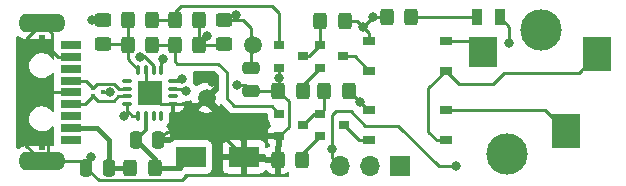
<source format=gtl>
%TF.GenerationSoftware,KiCad,Pcbnew,(5.99.0-7212-gef75ce9035)*%
%TF.CreationDate,2021-04-24T18:58:59-07:00*%
%TF.ProjectId,nikon_ctrl,6e696b6f-6e5f-4637-9472-6c2e6b696361,rev?*%
%TF.SameCoordinates,Original*%
%TF.FileFunction,Copper,L1,Top*%
%TF.FilePolarity,Positive*%
%FSLAX46Y46*%
G04 Gerber Fmt 4.6, Leading zero omitted, Abs format (unit mm)*
G04 Created by KiCad (PCBNEW (5.99.0-7212-gef75ce9035)) date 2021-04-24 18:58:59*
%MOMM*%
%LPD*%
G01*
G04 APERTURE LIST*
G04 Aperture macros list*
%AMRoundRect*
0 Rectangle with rounded corners*
0 $1 Rounding radius*
0 $2 $3 $4 $5 $6 $7 $8 $9 X,Y pos of 4 corners*
0 Add a 4 corners polygon primitive as box body*
4,1,4,$2,$3,$4,$5,$6,$7,$8,$9,$2,$3,0*
0 Add four circle primitives for the rounded corners*
1,1,$1+$1,$2,$3,0*
1,1,$1+$1,$4,$5,0*
1,1,$1+$1,$6,$7,0*
1,1,$1+$1,$8,$9,0*
0 Add four rect primitives between the rounded corners*
20,1,$1+$1,$2,$3,$4,$5,0*
20,1,$1+$1,$4,$5,$6,$7,0*
20,1,$1+$1,$6,$7,$8,$9,0*
20,1,$1+$1,$8,$9,$2,$3,0*%
G04 Aperture macros list end*
%TA.AperFunction,SMDPad,CuDef*%
%ADD10R,1.000000X0.800000*%
%TD*%
%TA.AperFunction,SMDPad,CuDef*%
%ADD11R,0.950000X1.450000*%
%TD*%
%TA.AperFunction,SMDPad,CuDef*%
%ADD12R,2.600000X1.800000*%
%TD*%
%TA.AperFunction,SMDPad,CuDef*%
%ADD13C,1.500000*%
%TD*%
%TA.AperFunction,SMDPad,CuDef*%
%ADD14RoundRect,0.250000X-0.325000X-0.450000X0.325000X-0.450000X0.325000X0.450000X-0.325000X0.450000X0*%
%TD*%
%TA.AperFunction,ComponentPad*%
%ADD15O,1.700000X1.700000*%
%TD*%
%TA.AperFunction,ComponentPad*%
%ADD16R,1.700000X1.700000*%
%TD*%
%TA.AperFunction,SMDPad,CuDef*%
%ADD17RoundRect,0.250000X0.325000X0.450000X-0.325000X0.450000X-0.325000X-0.450000X0.325000X-0.450000X0*%
%TD*%
%TA.AperFunction,SMDPad,CuDef*%
%ADD18R,0.900000X0.800000*%
%TD*%
%TA.AperFunction,SMDPad,CuDef*%
%ADD19RoundRect,0.250000X-0.250000X-0.475000X0.250000X-0.475000X0.250000X0.475000X-0.250000X0.475000X0*%
%TD*%
%TA.AperFunction,SMDPad,CuDef*%
%ADD20R,1.800000X0.700000*%
%TD*%
%TA.AperFunction,ComponentPad*%
%ADD21O,4.000000X1.600000*%
%TD*%
%TA.AperFunction,SMDPad,CuDef*%
%ADD22RoundRect,0.250000X0.250000X0.475000X-0.250000X0.475000X-0.250000X-0.475000X0.250000X-0.475000X0*%
%TD*%
%TA.AperFunction,SMDPad,CuDef*%
%ADD23R,0.300000X0.300000*%
%TD*%
%TA.AperFunction,SMDPad,CuDef*%
%ADD24RoundRect,0.075000X-0.075000X0.350000X-0.075000X-0.350000X0.075000X-0.350000X0.075000X0.350000X0*%
%TD*%
%TA.AperFunction,SMDPad,CuDef*%
%ADD25RoundRect,0.075000X-0.350000X0.075000X-0.350000X-0.075000X0.350000X-0.075000X0.350000X0.075000X0*%
%TD*%
%TA.AperFunction,SMDPad,CuDef*%
%ADD26R,2.100000X2.100000*%
%TD*%
%TA.AperFunction,ComponentPad*%
%ADD27C,3.500000*%
%TD*%
%TA.AperFunction,SMDPad,CuDef*%
%ADD28R,2.400000X2.950000*%
%TD*%
%TA.AperFunction,SMDPad,CuDef*%
%ADD29R,2.400000X2.650000*%
%TD*%
%TA.AperFunction,SMDPad,CuDef*%
%ADD30RoundRect,0.250000X-0.450000X0.325000X-0.450000X-0.325000X0.450000X-0.325000X0.450000X0.325000X0*%
%TD*%
%TA.AperFunction,SMDPad,CuDef*%
%ADD31RoundRect,0.250000X0.475000X-0.250000X0.475000X0.250000X-0.475000X0.250000X-0.475000X-0.250000X0*%
%TD*%
%TA.AperFunction,ViaPad*%
%ADD32C,0.800000*%
%TD*%
%TA.AperFunction,Conductor*%
%ADD33C,0.250000*%
%TD*%
%TA.AperFunction,Conductor*%
%ADD34C,0.400000*%
%TD*%
%TA.AperFunction,Conductor*%
%ADD35C,0.300000*%
%TD*%
G04 APERTURE END LIST*
D10*
%TO.P,Q2,4,C*%
%TO.N,Net-(J2-Pad3)*%
X150834460Y-109682280D03*
%TO.P,Q2,3,E*%
%TO.N,Net-(J2-Pad1)*%
X150834460Y-112222280D03*
%TO.P,Q2,2,K*%
%TO.N,Net-(Q2-Pad2)*%
X144334460Y-112222280D03*
%TO.P,Q2,1,A*%
%TO.N,+3V3*%
X144334460Y-109682280D03*
%TD*%
%TO.P,Q1,4,C*%
%TO.N,Net-(J2-Pad2)*%
X150834460Y-103789480D03*
%TO.P,Q1,3,E*%
%TO.N,Net-(J2-Pad1)*%
X150834460Y-106329480D03*
%TO.P,Q1,2,K*%
%TO.N,Net-(Q1-Pad2)*%
X144334460Y-106329480D03*
%TO.P,Q1,1,A*%
%TO.N,+3V3*%
X144334460Y-103789480D03*
%TD*%
D11*
%TO.P,LED1,2*%
%TO.N,Net-(LED1-Pad2)*%
X153489620Y-101828600D03*
%TO.P,LED1,1*%
%TO.N,GND*%
X155389620Y-101828600D03*
%TD*%
D12*
%TO.P,C2,2*%
%TO.N,GND*%
X133745800Y-113639600D03*
%TO.P,C2,1*%
%TO.N,VCC*%
X129245800Y-113639600D03*
%TD*%
D13*
%TO.P,3V3,1,1*%
%TO.N,+3V3*%
X134510780Y-104152700D03*
%TD*%
%TO.P,GND1,1,1*%
%TO.N,GND*%
X130581400Y-108643420D03*
%TD*%
D14*
%TO.P,R13,2*%
%TO.N,Net-(LED1-Pad2)*%
X147895420Y-101828600D03*
%TO.P,R13,1*%
%TO.N,+3V3*%
X145845420Y-101828600D03*
%TD*%
D15*
%TO.P,J3,3,Pin_3*%
%TO.N,GND*%
X141912340Y-114406680D03*
%TO.P,J3,2,Pin_2*%
%TO.N,TXD*%
X144452340Y-114406680D03*
D16*
%TO.P,J3,1,Pin_1*%
%TO.N,RXD*%
X146992340Y-114406680D03*
%TD*%
D17*
%TO.P,R5,1*%
%TO.N,+3V3*%
X142612019Y-108020701D03*
%TO.P,R5,2*%
%TO.N,Net-(Q3-Pad3)*%
X140562019Y-108020701D03*
%TD*%
D18*
%TO.P,Q3,1,B*%
%TO.N,Net-(Q3-Pad1)*%
X136754360Y-109984500D03*
%TO.P,Q3,2,E*%
%TO.N,GND*%
X136754360Y-111884500D03*
%TO.P,Q3,3,C*%
%TO.N,Net-(Q3-Pad3)*%
X138754360Y-110934500D03*
%TD*%
D17*
%TO.P,R6,1*%
%TO.N,+3V3*%
X142271860Y-102153720D03*
%TO.P,R6,2*%
%TO.N,Net-(Q4-Pad3)*%
X140221860Y-102153720D03*
%TD*%
%TO.P,L1,1*%
%TO.N,VCC*%
X126191120Y-114579400D03*
%TO.P,L1,2*%
%TO.N,VBUS*%
X124141120Y-114579400D03*
%TD*%
%TO.P,R7,1*%
%TO.N,Net-(Q5-Pad2)*%
X138675220Y-113880900D03*
%TO.P,R7,2*%
%TO.N,GND*%
X136625220Y-113880900D03*
%TD*%
D19*
%TO.P,C3,1*%
%TO.N,VCC*%
X124609820Y-112212120D03*
%TO.P,C3,2*%
%TO.N,GND*%
X126509820Y-112212120D03*
%TD*%
D20*
%TO.P,J1,1,VBUS*%
%TO.N,VBUS*%
X119074740Y-111176060D03*
%TO.P,J1,2,D-*%
%TO.N,USB_DM*%
X119074740Y-109176060D03*
%TO.P,J1,3,D+*%
%TO.N,USB_DP*%
X119074740Y-107176060D03*
%TO.P,J1,4,GND*%
%TO.N,GND*%
X119074740Y-105176060D03*
%TO.P,J1,5,SSRX-*%
%TO.N,Net-(J1-Pad5)*%
X119074740Y-104176060D03*
%TO.P,J1,6,SSRX+*%
%TO.N,Net-(J1-Pad6)*%
X119074740Y-106176060D03*
%TO.P,J1,7,DRAIN*%
%TO.N,GND*%
X119074740Y-108176060D03*
%TO.P,J1,8,SSTX-*%
%TO.N,Net-(J1-Pad8)*%
X119074740Y-110176060D03*
%TO.P,J1,9,SSTX+*%
%TO.N,Net-(J1-Pad9)*%
X119074740Y-112176060D03*
D21*
%TO.P,J1,10,SHIELD*%
%TO.N,GND*%
X116624740Y-114026060D03*
X116624740Y-102326060D03*
%TD*%
D14*
%TO.P,R1,1*%
%TO.N,Net-(Q3-Pad1)*%
X127907372Y-104147620D03*
%TO.P,R1,2*%
%TO.N,RTS*%
X129957372Y-104147620D03*
%TD*%
D22*
%TO.P,C1,1*%
%TO.N,VBUS*%
X122316280Y-114551460D03*
%TO.P,C1,2*%
%TO.N,GND*%
X120416280Y-114551460D03*
%TD*%
D17*
%TO.P,R8,1*%
%TO.N,Net-(Q6-Pad2)*%
X138708240Y-108033820D03*
%TO.P,R8,2*%
%TO.N,GND*%
X136658240Y-108033820D03*
%TD*%
D14*
%TO.P,R3,1*%
%TO.N,Net-(Q4-Pad1)*%
X127907372Y-102029260D03*
%TO.P,R3,2*%
%TO.N,RTS*%
X129957372Y-102029260D03*
%TD*%
D17*
%TO.P,R2,1*%
%TO.N,Net-(Q3-Pad1)*%
X125950386Y-104147620D03*
%TO.P,R2,2*%
%TO.N,CTS*%
X123900386Y-104147620D03*
%TD*%
D18*
%TO.P,Q5,1,B*%
%TO.N,Net-(Q3-Pad3)*%
X140198600Y-109984500D03*
%TO.P,Q5,2,E*%
%TO.N,Net-(Q5-Pad2)*%
X140198600Y-111884500D03*
%TO.P,Q5,3,C*%
%TO.N,Net-(Q2-Pad2)*%
X142198600Y-110934500D03*
%TD*%
D23*
%TO.P,U2,1,D+*%
%TO.N,USB_DP*%
X120971760Y-107810820D03*
%TO.P,U2,2,D-*%
%TO.N,USB_DM*%
X120971760Y-108510820D03*
%TO.P,U2,3,GND*%
%TO.N,GND*%
X121821760Y-108160820D03*
%TD*%
D24*
%TO.P,U1,1,VCCIO*%
%TO.N,+3V3*%
X126760880Y-106246380D03*
%TO.P,U1,2,RXD*%
%TO.N,RXD*%
X126110880Y-106246380D03*
%TO.P,U1,3,GND*%
%TO.N,GND*%
X125460880Y-106246380D03*
%TO.P,U1,4,~CTS*%
%TO.N,CTS*%
X124810880Y-106246380D03*
D25*
%TO.P,U1,5,CBUS2*%
%TO.N,Net-(U1-Pad5)*%
X123835880Y-107221380D03*
%TO.P,U1,6,USBDP*%
%TO.N,USB_DP*%
X123835880Y-107871380D03*
%TO.P,U1,7,USBDM*%
%TO.N,USB_DM*%
X123835880Y-108521380D03*
%TO.P,U1,8,3V3OUT*%
%TO.N,+3V3*%
X123835880Y-109171380D03*
D24*
%TO.P,U1,9,~RESET*%
X124810880Y-110146380D03*
%TO.P,U1,10,VCC*%
%TO.N,VCC*%
X125460880Y-110146380D03*
%TO.P,U1,11,CBUS1*%
%TO.N,Net-(U1-Pad11)*%
X126110880Y-110146380D03*
%TO.P,U1,12,CBUS0*%
%TO.N,Net-(U1-Pad12)*%
X126760880Y-110146380D03*
D25*
%TO.P,U1,13,GND*%
%TO.N,GND*%
X127735880Y-109171380D03*
%TO.P,U1,14,CBUS3*%
%TO.N,Net-(U1-Pad14)*%
X127735880Y-108521380D03*
%TO.P,U1,15,TXD*%
%TO.N,TXD*%
X127735880Y-107871380D03*
%TO.P,U1,16,~RTS*%
%TO.N,RTS*%
X127735880Y-107221380D03*
D26*
%TO.P,U1,17,GND*%
%TO.N,GND*%
X125785880Y-108196380D03*
%TD*%
D27*
%TO.P,H1,1*%
%TO.N,N/C*%
X158912560Y-102864920D03*
%TD*%
D17*
%TO.P,R4,1*%
%TO.N,Net-(Q4-Pad1)*%
X125950386Y-102029260D03*
%TO.P,R4,2*%
%TO.N,CTS*%
X123900386Y-102029260D03*
%TD*%
D18*
%TO.P,Q4,1,B*%
%TO.N,Net-(Q4-Pad1)*%
X136723880Y-104188220D03*
%TO.P,Q4,2,E*%
%TO.N,GND*%
X136723880Y-106088220D03*
%TO.P,Q4,3,C*%
%TO.N,Net-(Q4-Pad3)*%
X138723880Y-105138220D03*
%TD*%
%TO.P,Q6,1,B*%
%TO.N,Net-(Q4-Pad3)*%
X140170660Y-104185680D03*
%TO.P,Q6,2,E*%
%TO.N,Net-(Q6-Pad2)*%
X140170660Y-106085680D03*
%TO.P,Q6,3,C*%
%TO.N,Net-(Q1-Pad2)*%
X142170660Y-105135680D03*
%TD*%
D27*
%TO.P,H2,1*%
%TO.N,N/C*%
X156044900Y-113398300D03*
%TD*%
D28*
%TO.P,J2,1*%
%TO.N,Net-(J2-Pad1)*%
X163676860Y-104903600D03*
D29*
%TO.P,J2,2*%
%TO.N,Net-(J2-Pad2)*%
X153976860Y-104753600D03*
D28*
%TO.P,J2,3*%
%TO.N,Net-(J2-Pad3)*%
X160976860Y-111453600D03*
%TD*%
D30*
%TO.P,R12,1*%
%TO.N,+3V3*%
X121818400Y-102050740D03*
%TO.P,R12,2*%
%TO.N,CTS*%
X121818400Y-104100740D03*
%TD*%
%TO.P,R11,1*%
%TO.N,+3V3*%
X132024120Y-102040580D03*
%TO.P,R11,2*%
%TO.N,RTS*%
X132024120Y-104090580D03*
%TD*%
D31*
%TO.P,C4,1*%
%TO.N,GND*%
X134330440Y-108033860D03*
%TO.P,C4,2*%
%TO.N,+3V3*%
X134330440Y-106133860D03*
%TD*%
D32*
%TO.N,GND*%
X141236700Y-112951260D03*
X151693880Y-114449860D03*
X156161740Y-103979980D03*
%TO.N,+3V3*%
X144688560Y-101828600D03*
%TO.N,GND*%
X133197600Y-107515660D03*
X136723880Y-106920540D03*
X120771920Y-113621820D03*
%TO.N,+3V3*%
X143562869Y-108971551D03*
X143860520Y-102656640D03*
%TO.N,GND*%
X115239800Y-104561640D03*
X115239800Y-108176060D03*
X115775740Y-112052100D03*
X131427220Y-110035340D03*
X134713980Y-111066580D03*
X129118360Y-110027720D03*
X131008120Y-107304840D03*
X131513580Y-114294920D03*
X122369580Y-108163360D03*
X116570760Y-108163360D03*
%TO.N,+3V3*%
X123631960Y-110208060D03*
%TO.N,TXD*%
X128811020Y-108028740D03*
%TO.N,+3V3*%
X133068060Y-101589840D03*
X126923800Y-105318560D03*
%TO.N,RXD*%
X124945140Y-105166160D03*
%TO.N,RTS*%
X128516380Y-107007660D03*
X130642360Y-103372920D03*
%TO.N,+3V3*%
X120909080Y-102039420D03*
%TD*%
D33*
%TO.N,GND*%
X141236700Y-112951260D02*
X141236700Y-113731040D01*
X142781020Y-109796580D02*
X141551660Y-109796580D01*
X151693880Y-114449860D02*
X150276560Y-114449860D01*
X156161740Y-102600720D02*
X156161740Y-103979980D01*
X155389620Y-101828600D02*
X156161740Y-102600720D01*
X141236700Y-110111540D02*
X141236700Y-112951260D01*
X141551660Y-109796580D02*
X141236700Y-110111540D01*
X146817080Y-110990380D02*
X143974820Y-110990380D01*
X143974820Y-110990380D02*
X142781020Y-109796580D01*
X150276560Y-114449860D02*
X146817080Y-110990380D01*
X141236700Y-113731040D02*
X141912340Y-114406680D01*
%TO.N,+3V3*%
X145845420Y-101828600D02*
X144688560Y-101828600D01*
X144688560Y-101828600D02*
X143860520Y-102656640D01*
%TO.N,Net-(LED1-Pad2)*%
X147895420Y-101828600D02*
X153489620Y-101828600D01*
%TO.N,GND*%
X133197600Y-107515660D02*
X133812240Y-107515660D01*
X133812240Y-107515660D02*
X134330440Y-108033860D01*
X136723880Y-106920540D02*
X136723880Y-107968180D01*
%TO.N,Net-(Q4-Pad1)*%
X128418421Y-100864839D02*
X136092099Y-100864839D01*
X127907372Y-101375888D02*
X128418421Y-100864839D01*
X136723880Y-101496620D02*
X136723880Y-101511860D01*
X127907372Y-102029260D02*
X127907372Y-101375888D01*
X136092099Y-100864839D02*
X136723880Y-101496620D01*
%TO.N,+3V3*%
X143562869Y-108971551D02*
X142612019Y-108020701D01*
X143860520Y-102656640D02*
X144334460Y-103130580D01*
X134330440Y-104866440D02*
X134330440Y-106133860D01*
%TO.N,GND*%
X115239800Y-104561640D02*
X115239800Y-108176060D01*
X115239800Y-108176060D02*
X115239800Y-112641120D01*
X131427220Y-110035340D02*
X133745800Y-112353920D01*
X128958340Y-115191540D02*
X133675120Y-115191540D01*
X121469230Y-115604410D02*
X128545470Y-115604410D01*
X128545470Y-115604410D02*
X128958340Y-115191540D01*
X133675120Y-115191540D02*
X133745800Y-115120860D01*
X133745800Y-115120860D02*
X133745800Y-113639600D01*
%TO.N,VCC*%
X129245800Y-113639600D02*
X128306000Y-114579400D01*
D34*
X126191120Y-114579400D02*
X128306000Y-114579400D01*
D33*
%TO.N,GND*%
X117579738Y-108176060D02*
X117292120Y-108176060D01*
X117975120Y-105176060D02*
X117454680Y-104655620D01*
X119074740Y-105176060D02*
X117975120Y-105176060D01*
X117454680Y-104655620D02*
X117454680Y-103156000D01*
X117454680Y-103156000D02*
X116624740Y-102326060D01*
X115316000Y-103634800D02*
X115316000Y-103939860D01*
X115316000Y-103939860D02*
X115239800Y-104016060D01*
X117193060Y-113457740D02*
X117193060Y-112194340D01*
X116624740Y-114026060D02*
X117193060Y-113457740D01*
%TO.N,USB_DM*%
X123835880Y-108521380D02*
X123084562Y-108521380D01*
X123084562Y-108521380D02*
X122717581Y-108888361D01*
X121349301Y-108888361D02*
X120971760Y-108510820D01*
X122717581Y-108888361D02*
X121349301Y-108888361D01*
%TO.N,USB_DP*%
X123835880Y-107871380D02*
X123150602Y-107871380D01*
X123150602Y-107871380D02*
X122717581Y-107438359D01*
X122717581Y-107438359D02*
X121344221Y-107438359D01*
X121344221Y-107438359D02*
X120971760Y-107810820D01*
%TO.N,USB_DM*%
X119074740Y-109176060D02*
X120306520Y-109176060D01*
X120306520Y-109176060D02*
X120971760Y-108510820D01*
%TO.N,USB_DP*%
X119074740Y-107176060D02*
X120337000Y-107176060D01*
X120337000Y-107176060D02*
X120971760Y-107810820D01*
%TO.N,GND*%
X121821760Y-108160820D02*
X122367040Y-108160820D01*
X122367040Y-108160820D02*
X122369580Y-108163360D01*
%TO.N,+3V3*%
X123835880Y-110004140D02*
X123631960Y-110208060D01*
X123835880Y-109171380D02*
X123835880Y-110004140D01*
%TO.N,TXD*%
X128653660Y-107871380D02*
X128811020Y-108028740D01*
X127735880Y-107871380D02*
X128653660Y-107871380D01*
%TO.N,+3V3*%
X132474860Y-101589840D02*
X132024120Y-102040580D01*
X126760880Y-106246380D02*
X126760880Y-105481480D01*
X126760880Y-105481480D02*
X126923800Y-105318560D01*
X133068060Y-101589840D02*
X132474860Y-101589840D01*
%TO.N,RXD*%
X126110880Y-106246380D02*
X126110880Y-105905678D01*
X125299527Y-105094325D02*
X124910008Y-105094325D01*
X126110880Y-105905678D02*
X125299527Y-105094325D01*
%TO.N,+3V3*%
X126760880Y-106246380D02*
X126760880Y-105496720D01*
%TO.N,RTS*%
X128302660Y-107221380D02*
X128516380Y-107007660D01*
X130642360Y-103462632D02*
X129957372Y-104147620D01*
X127735880Y-107221380D02*
X128302660Y-107221380D01*
X130642360Y-103372920D02*
X130642360Y-103462632D01*
%TO.N,+3V3*%
X120909080Y-102039420D02*
X121807080Y-102039420D01*
X121807080Y-102039420D02*
X121818400Y-102050740D01*
%TO.N,GND*%
X126509820Y-112212120D02*
X127226100Y-111495840D01*
X127226100Y-111495840D02*
X131602040Y-111495840D01*
X131602040Y-111495840D02*
X133745800Y-113639600D01*
D34*
%TO.N,VCC*%
X126191120Y-114579400D02*
X126191120Y-113793420D01*
X126191120Y-113793420D02*
X124609820Y-112212120D01*
D35*
X125460880Y-110146380D02*
X125460880Y-111361060D01*
X125460880Y-111361060D02*
X124609820Y-112212120D01*
D33*
%TO.N,GND*%
X120416280Y-114551460D02*
X121469230Y-115604410D01*
X133745800Y-114602940D02*
X133745800Y-113639600D01*
X127735880Y-109171380D02*
X130563260Y-109171380D01*
X130563260Y-109171380D02*
X131427220Y-110035340D01*
X133745800Y-112353920D02*
X133745800Y-113639600D01*
%TO.N,Net-(Q4-Pad3)*%
X140221860Y-102153720D02*
X140221860Y-104134480D01*
X140221860Y-104134480D02*
X140170660Y-104185680D01*
%TO.N,+3V3*%
X142271860Y-102153720D02*
X143357600Y-102153720D01*
X143357600Y-102153720D02*
X143860520Y-102656640D01*
X144334460Y-103130580D02*
X144334460Y-103789480D01*
X132024120Y-102040580D02*
X133668660Y-102040580D01*
X133668660Y-102040580D02*
X134330440Y-102702360D01*
X134330440Y-102702360D02*
X134330440Y-104866440D01*
%TO.N,GND*%
X136658240Y-108033820D02*
X137529361Y-108904941D01*
X137529361Y-108904941D02*
X137529361Y-111109499D01*
X137529361Y-111109499D02*
X136754360Y-111884500D01*
%TO.N,+3V3*%
X123835880Y-109171380D02*
X123835880Y-109685540D01*
X123835880Y-109685540D02*
X124296720Y-110146380D01*
X124296720Y-110146380D02*
X124810880Y-110146380D01*
%TO.N,GND*%
X125460880Y-106246380D02*
X125460880Y-107871380D01*
X125460880Y-107871380D02*
X125785880Y-108196380D01*
X127735880Y-109171380D02*
X126760880Y-109171380D01*
X126760880Y-109171380D02*
X125785880Y-108196380D01*
X120416280Y-114551460D02*
X119890880Y-114026060D01*
X119890880Y-114026060D02*
X116624740Y-114026060D01*
X116624740Y-102326060D02*
X115316000Y-103634800D01*
X115239800Y-104016060D02*
X115239800Y-104561640D01*
X115239800Y-112641120D02*
X116624740Y-114026060D01*
X119074740Y-108176060D02*
X117579738Y-108176060D01*
X115749739Y-113151059D02*
X116624740Y-114026060D01*
%TO.N,Net-(Q3-Pad1)*%
X131564380Y-105755440D02*
X128112520Y-105755440D01*
X127907372Y-105550292D02*
X127907372Y-104147620D01*
X132280660Y-108666280D02*
X132280660Y-106471720D01*
X136088920Y-109319060D02*
X132933440Y-109319060D01*
X136754360Y-109984500D02*
X136088920Y-109319060D01*
X132933440Y-109319060D02*
X132280660Y-108666280D01*
X132280660Y-106471720D02*
X131564380Y-105755440D01*
X128112520Y-105755440D02*
X127907372Y-105550292D01*
%TO.N,Net-(Q4-Pad1)*%
X127907372Y-102029260D02*
X127907372Y-101347948D01*
X136723880Y-101511860D02*
X136723880Y-104188220D01*
%TO.N,CTS*%
X121818400Y-104100740D02*
X123853506Y-104100740D01*
X123853506Y-104100740D02*
X123900386Y-104147620D01*
X123900386Y-104147620D02*
X123900386Y-105335886D01*
X123900386Y-105335886D02*
X124810880Y-106246380D01*
X123900386Y-102029260D02*
X123900386Y-104147620D01*
%TO.N,Net-(Q3-Pad1)*%
X125950386Y-104147620D02*
X127907372Y-104147620D01*
%TO.N,Net-(Q4-Pad1)*%
X125950386Y-102029260D02*
X127907372Y-102029260D01*
%TO.N,RTS*%
X129957372Y-104147620D02*
X131967080Y-104147620D01*
X131967080Y-104147620D02*
X132024120Y-104090580D01*
X129957372Y-102029260D02*
X129957372Y-104147620D01*
D34*
%TO.N,VBUS*%
X119786654Y-111178340D02*
X121325640Y-111178340D01*
D33*
X119074740Y-111176060D02*
X119784374Y-111176060D01*
X119784374Y-111176060D02*
X119786654Y-111178340D01*
D34*
X121325640Y-111178340D02*
X122316280Y-112168980D01*
X122316280Y-112168980D02*
X122316280Y-114551460D01*
D33*
%TO.N,GND*%
X126191120Y-112584160D02*
X126253280Y-112522000D01*
D34*
%TO.N,VBUS*%
X122316280Y-114551460D02*
X124113180Y-114551460D01*
D33*
X124113180Y-114551460D02*
X124141120Y-114579400D01*
%TO.N,GND*%
X136723880Y-106088220D02*
X136723880Y-106920540D01*
X136723880Y-107968180D02*
X136658240Y-108033820D01*
X133745800Y-113639600D02*
X133987100Y-113880900D01*
X133987100Y-113880900D02*
X136625220Y-113880900D01*
X136754360Y-111884500D02*
X136754360Y-113751760D01*
X136754360Y-113751760D02*
X136625220Y-113880900D01*
X134330440Y-108033860D02*
X136658200Y-108033860D01*
X136658200Y-108033860D02*
X136658240Y-108033820D01*
%TO.N,Net-(Q4-Pad3)*%
X140170660Y-104185680D02*
X140193920Y-104162420D01*
%TO.N,Net-(Q6-Pad2)*%
X138708240Y-108033820D02*
X138708240Y-107548100D01*
X138708240Y-107548100D02*
X140170660Y-106085680D01*
%TO.N,Net-(Q4-Pad3)*%
X138723880Y-105138220D02*
X139218120Y-105138220D01*
X139218120Y-105138220D02*
X140170660Y-104185680D01*
%TO.N,+3V3*%
X144334460Y-103726100D02*
X144334460Y-103789480D01*
X144334460Y-109682280D02*
X144273598Y-109682280D01*
X144273598Y-109682280D02*
X143562869Y-108971551D01*
%TO.N,Net-(Q3-Pad3)*%
X140562019Y-108020701D02*
X140562019Y-109621081D01*
X140562019Y-109621081D02*
X140198600Y-109984500D01*
%TO.N,Net-(Q5-Pad2)*%
X138675220Y-113880900D02*
X138675220Y-113407880D01*
X138675220Y-113407880D02*
X140198600Y-111884500D01*
%TO.N,Net-(Q3-Pad3)*%
X140198600Y-109984500D02*
X139704360Y-109984500D01*
X139704360Y-109984500D02*
X138754360Y-110934500D01*
%TO.N,Net-(Q1-Pad2)*%
X142170660Y-105135680D02*
X143140660Y-105135680D01*
X143140660Y-105135680D02*
X144334460Y-106329480D01*
%TO.N,Net-(Q2-Pad2)*%
X142198600Y-110934500D02*
X143486380Y-112222280D01*
X143486380Y-112222280D02*
X144334460Y-112222280D01*
%TO.N,Net-(J2-Pad1)*%
X154823160Y-107472480D02*
X155790900Y-106504740D01*
X150834460Y-106329480D02*
X151977460Y-107472480D01*
X151977460Y-107472480D02*
X154823160Y-107472480D01*
X155790900Y-106504740D02*
X162075720Y-106504740D01*
X162075720Y-106504740D02*
X163676860Y-104903600D01*
X150098760Y-112222280D02*
X149372320Y-111495840D01*
X150834460Y-112222280D02*
X150098760Y-112222280D01*
X149372320Y-111495840D02*
X149372320Y-107791620D01*
X149372320Y-107791620D02*
X150834460Y-106329480D01*
%TO.N,Net-(J2-Pad2)*%
X150834460Y-103789480D02*
X153012740Y-103789480D01*
X153012740Y-103789480D02*
X153976860Y-104753600D01*
%TO.N,Net-(J2-Pad3)*%
X150834460Y-109682280D02*
X159205540Y-109682280D01*
X159205540Y-109682280D02*
X160976860Y-111453600D01*
%TD*%
%TA.AperFunction,Conductor*%
%TO.N,GND*%
G36*
X116878739Y-103336785D02*
G01*
X116878739Y-103615945D01*
X116883214Y-103631184D01*
X116884604Y-103632389D01*
X116892287Y-103634060D01*
X117543433Y-103634060D01*
X117611554Y-103654062D01*
X117658047Y-103707718D01*
X117668151Y-103777991D01*
X117661879Y-103821612D01*
X117661878Y-103821619D01*
X117661240Y-103826060D01*
X117661240Y-104526060D01*
X117666467Y-104599139D01*
X117668371Y-104605622D01*
X117677473Y-104636622D01*
X117681295Y-104690052D01*
X117662379Y-104821614D01*
X117661740Y-104830555D01*
X117661740Y-104903945D01*
X117666215Y-104919184D01*
X117667605Y-104920389D01*
X117675288Y-104922060D01*
X117693440Y-104922060D01*
X117693440Y-105430059D01*
X117679858Y-105430059D01*
X117674508Y-105431630D01*
X117603511Y-105431631D01*
X117543784Y-105393248D01*
X117527761Y-105369893D01*
X117510552Y-105337528D01*
X117506662Y-105332758D01*
X117506659Y-105332754D01*
X117383263Y-105181458D01*
X117379368Y-105176682D01*
X117366720Y-105166218D01*
X117224191Y-105048308D01*
X117219442Y-105044379D01*
X117036863Y-104945659D01*
X116902107Y-104903945D01*
X116844473Y-104886104D01*
X116844470Y-104886103D01*
X116838586Y-104884282D01*
X116832461Y-104883638D01*
X116832460Y-104883638D01*
X116638293Y-104863230D01*
X116638292Y-104863230D01*
X116632165Y-104862586D01*
X116546457Y-104870386D01*
X116431599Y-104880839D01*
X116431596Y-104880840D01*
X116425460Y-104881398D01*
X116419554Y-104883136D01*
X116419550Y-104883137D01*
X116297073Y-104919184D01*
X116226346Y-104940000D01*
X116042407Y-105036161D01*
X115880648Y-105166218D01*
X115747232Y-105325218D01*
X115744268Y-105330610D01*
X115744265Y-105330614D01*
X115688731Y-105431631D01*
X115647240Y-105507103D01*
X115645379Y-105512970D01*
X115645378Y-105512972D01*
X115634127Y-105548441D01*
X115584480Y-105704946D01*
X115561344Y-105911211D01*
X115578712Y-106118042D01*
X115635923Y-106317560D01*
X115638738Y-106323037D01*
X115638739Y-106323040D01*
X115727982Y-106496690D01*
X115730797Y-106502167D01*
X115734620Y-106506991D01*
X115734623Y-106506995D01*
X115792298Y-106579762D01*
X115859722Y-106664829D01*
X115864415Y-106668823D01*
X115864416Y-106668824D01*
X115865749Y-106669958D01*
X116017786Y-106799352D01*
X116198969Y-106900612D01*
X116396369Y-106964751D01*
X116602468Y-106989327D01*
X116608603Y-106988855D01*
X116608605Y-106988855D01*
X116803273Y-106973876D01*
X116803277Y-106973875D01*
X116809415Y-106973403D01*
X116847222Y-106962847D01*
X117003384Y-106919246D01*
X117003388Y-106919245D01*
X117009328Y-106917586D01*
X117014832Y-106914806D01*
X117014834Y-106914805D01*
X117189091Y-106826782D01*
X117189093Y-106826781D01*
X117194592Y-106824003D01*
X117358150Y-106696217D01*
X117362176Y-106691553D01*
X117362179Y-106691550D01*
X117441946Y-106599139D01*
X117458359Y-106580124D01*
X117518011Y-106541628D01*
X117589007Y-106541493D01*
X117648806Y-106579762D01*
X117674635Y-106626958D01*
X117677137Y-106635479D01*
X117680959Y-106688908D01*
X117661879Y-106821612D01*
X117661878Y-106821619D01*
X117661240Y-106826060D01*
X117661240Y-107526060D01*
X117666467Y-107599139D01*
X117668371Y-107605622D01*
X117677473Y-107636622D01*
X117681295Y-107690052D01*
X117662379Y-107821614D01*
X117661740Y-107830555D01*
X117661740Y-107903945D01*
X117666215Y-107919184D01*
X117667605Y-107920389D01*
X117675288Y-107922060D01*
X117693440Y-107922060D01*
X117693440Y-108430059D01*
X117679855Y-108430059D01*
X117664616Y-108434534D01*
X117663411Y-108435924D01*
X117661740Y-108443607D01*
X117661740Y-108523803D01*
X117661901Y-108528310D01*
X117666480Y-108592329D01*
X117668865Y-108605548D01*
X117677307Y-108634298D01*
X117681129Y-108687727D01*
X117661240Y-108826060D01*
X117661240Y-109526060D01*
X117666467Y-109599139D01*
X117668370Y-109605621D01*
X117668371Y-109605625D01*
X117677137Y-109635480D01*
X117680959Y-109688906D01*
X117678122Y-109708641D01*
X117648630Y-109773222D01*
X117588905Y-109811607D01*
X117517908Y-109811609D01*
X117455761Y-109770348D01*
X117383263Y-109681458D01*
X117379368Y-109676682D01*
X117372174Y-109670730D01*
X117224191Y-109548308D01*
X117219442Y-109544379D01*
X117036863Y-109445659D01*
X116937725Y-109414971D01*
X116844473Y-109386104D01*
X116844470Y-109386103D01*
X116838586Y-109384282D01*
X116832461Y-109383638D01*
X116832460Y-109383638D01*
X116638293Y-109363230D01*
X116638292Y-109363230D01*
X116632165Y-109362586D01*
X116546457Y-109370386D01*
X116431599Y-109380839D01*
X116431596Y-109380840D01*
X116425460Y-109381398D01*
X116419554Y-109383136D01*
X116419550Y-109383137D01*
X116270213Y-109427089D01*
X116226346Y-109440000D01*
X116042407Y-109536161D01*
X115880648Y-109666218D01*
X115747232Y-109825218D01*
X115744268Y-109830610D01*
X115744265Y-109830614D01*
X115662233Y-109979830D01*
X115647240Y-110007103D01*
X115645379Y-110012970D01*
X115645378Y-110012972D01*
X115615860Y-110106024D01*
X115584480Y-110204946D01*
X115561344Y-110411211D01*
X115578712Y-110618042D01*
X115635923Y-110817560D01*
X115638738Y-110823037D01*
X115638739Y-110823040D01*
X115727982Y-110996690D01*
X115730797Y-111002167D01*
X115734620Y-111006991D01*
X115734623Y-111006995D01*
X115778953Y-111062925D01*
X115859722Y-111164829D01*
X116017786Y-111299352D01*
X116198969Y-111400612D01*
X116396369Y-111464751D01*
X116602468Y-111489327D01*
X116608603Y-111488855D01*
X116608605Y-111488855D01*
X116803273Y-111473876D01*
X116803277Y-111473875D01*
X116809415Y-111473403D01*
X116847222Y-111462847D01*
X117003384Y-111419246D01*
X117003388Y-111419245D01*
X117009328Y-111417586D01*
X117014832Y-111414806D01*
X117014834Y-111414805D01*
X117189091Y-111326782D01*
X117189093Y-111326781D01*
X117194592Y-111324003D01*
X117358150Y-111196217D01*
X117362176Y-111191553D01*
X117362179Y-111191550D01*
X117439859Y-111101557D01*
X117499512Y-111063060D01*
X117570509Y-111062925D01*
X117630308Y-111101195D01*
X117659923Y-111165719D01*
X117661240Y-111183888D01*
X117661240Y-111526060D01*
X117666467Y-111599139D01*
X117668370Y-111605621D01*
X117668371Y-111605625D01*
X117677137Y-111635480D01*
X117680959Y-111688908D01*
X117661879Y-111821612D01*
X117661878Y-111821619D01*
X117661240Y-111826060D01*
X117661240Y-112526060D01*
X117661401Y-112528308D01*
X117665318Y-112583070D01*
X117650227Y-112652444D01*
X117600025Y-112702647D01*
X117539639Y-112718060D01*
X116896855Y-112718060D01*
X116881616Y-112722535D01*
X116880411Y-112723925D01*
X116878740Y-112731608D01*
X116878740Y-113031776D01*
X116370741Y-113036051D01*
X116370741Y-112736175D01*
X116366266Y-112720936D01*
X116364876Y-112719731D01*
X116357193Y-112718060D01*
X115370329Y-112718060D01*
X115364864Y-112718298D01*
X115202217Y-112732528D01*
X115191430Y-112734430D01*
X114980979Y-112790821D01*
X114970683Y-112794569D01*
X114773227Y-112886643D01*
X114763726Y-112892129D01*
X114681150Y-112949949D01*
X114613876Y-112972637D01*
X114545016Y-112955352D01*
X114496432Y-112903582D01*
X114482880Y-112846736D01*
X114482880Y-103505384D01*
X114502882Y-103437263D01*
X114556538Y-103390770D01*
X114626812Y-103380666D01*
X114681150Y-103402171D01*
X114763726Y-103459991D01*
X114773227Y-103465477D01*
X114970683Y-103557551D01*
X114980979Y-103561299D01*
X115191430Y-103617690D01*
X115202217Y-103619592D01*
X115364864Y-103633822D01*
X115370329Y-103634060D01*
X116352625Y-103634060D01*
X116367864Y-103629585D01*
X116369069Y-103628195D01*
X116370740Y-103620512D01*
X116370740Y-103331675D01*
X116878739Y-103336785D01*
G37*
%TD.AperFunction*%
%TD*%
%TA.AperFunction,Conductor*%
%TO.N,GND*%
G36*
X131317906Y-106408942D02*
G01*
X131338881Y-106425845D01*
X131610257Y-106697222D01*
X131644282Y-106759534D01*
X131647161Y-106786317D01*
X131647160Y-107884680D01*
X131627158Y-107952801D01*
X131610255Y-107973775D01*
X130953422Y-108630608D01*
X130945808Y-108644552D01*
X130945939Y-108646385D01*
X130950190Y-108653000D01*
X131622737Y-109325547D01*
X131635117Y-109332307D01*
X131641381Y-109327618D01*
X131703284Y-109213607D01*
X131753367Y-109163285D01*
X131822705Y-109148029D01*
X131889284Y-109172681D01*
X131903110Y-109184634D01*
X132173881Y-109455405D01*
X132191795Y-109485694D01*
X132196859Y-109490107D01*
X132196840Y-109496860D01*
X132204608Y-109496860D01*
X132224860Y-109514508D01*
X132242792Y-109524316D01*
X132430049Y-109711573D01*
X132437409Y-109719661D01*
X132441467Y-109726055D01*
X132447244Y-109731480D01*
X132490318Y-109771929D01*
X132493160Y-109774684D01*
X132513473Y-109794997D01*
X132516884Y-109797642D01*
X132525904Y-109805346D01*
X132558139Y-109835617D01*
X132565084Y-109839435D01*
X132565087Y-109839437D01*
X132575892Y-109845377D01*
X132592419Y-109856233D01*
X132602154Y-109863785D01*
X132602157Y-109863787D01*
X132608416Y-109868642D01*
X132648987Y-109886199D01*
X132659640Y-109891418D01*
X132691450Y-109908906D01*
X132691453Y-109908907D01*
X132698392Y-109912722D01*
X132718021Y-109917762D01*
X132736711Y-109924161D01*
X132755304Y-109932207D01*
X132784511Y-109936833D01*
X132798968Y-109939123D01*
X132810589Y-109941530D01*
X132847658Y-109951047D01*
X132853415Y-109952525D01*
X132853971Y-109952560D01*
X132873893Y-109952560D01*
X132893602Y-109954111D01*
X132913384Y-109957244D01*
X132921276Y-109956498D01*
X132957022Y-109953119D01*
X132968880Y-109952560D01*
X135664860Y-109952560D01*
X135732981Y-109972562D01*
X135779474Y-110026218D01*
X135790860Y-110078560D01*
X135790860Y-110384500D01*
X135796087Y-110457579D01*
X135837264Y-110597816D01*
X135842135Y-110605395D01*
X135911411Y-110713191D01*
X135911413Y-110713194D01*
X135916283Y-110720771D01*
X135923093Y-110726672D01*
X135936929Y-110738661D01*
X135975312Y-110798387D01*
X135980410Y-110832699D01*
X135981209Y-110917537D01*
X135981440Y-110942120D01*
X135986809Y-110942234D01*
X135996481Y-110974062D01*
X135996917Y-110974725D01*
X135997670Y-111045718D01*
X135966356Y-111095015D01*
X135968416Y-111096800D01*
X135878698Y-111200340D01*
X135869053Y-111215348D01*
X135815883Y-111331775D01*
X135810858Y-111348888D01*
X135791999Y-111480054D01*
X135791360Y-111488995D01*
X135791360Y-111612385D01*
X135795835Y-111627624D01*
X135797225Y-111628829D01*
X135804908Y-111630500D01*
X136882360Y-111630500D01*
X136950481Y-111650502D01*
X136996974Y-111704158D01*
X137008360Y-111756500D01*
X137008360Y-112706500D01*
X136988358Y-112774621D01*
X136934702Y-112821114D01*
X136914184Y-112825577D01*
X136914718Y-112827396D01*
X136882096Y-112836975D01*
X136880891Y-112838365D01*
X136879220Y-112846048D01*
X136879219Y-113626898D01*
X136879220Y-113626904D01*
X136879219Y-115070785D01*
X136883694Y-115086024D01*
X136885084Y-115087229D01*
X136892767Y-115088900D01*
X136989442Y-115088900D01*
X136996743Y-115088476D01*
X137118474Y-115074283D01*
X137132629Y-115070937D01*
X137284980Y-115015637D01*
X137297979Y-115009127D01*
X137399255Y-114942728D01*
X137467190Y-114922105D01*
X137535491Y-114941485D01*
X137582471Y-114994714D01*
X137594340Y-115048100D01*
X137594340Y-115226830D01*
X137574338Y-115294951D01*
X137520682Y-115341444D01*
X137468340Y-115352830D01*
X128837011Y-115352830D01*
X128768890Y-115332828D01*
X128722397Y-115279172D01*
X128712293Y-115208898D01*
X128741787Y-115144318D01*
X128765642Y-115122991D01*
X128777846Y-115114604D01*
X128795064Y-115095279D01*
X128855311Y-115057726D01*
X128889138Y-115053100D01*
X130545800Y-115053100D01*
X130618879Y-115047873D01*
X130728666Y-115015637D01*
X130750470Y-115009235D01*
X130750472Y-115009234D01*
X130759116Y-115006696D01*
X130854284Y-114945535D01*
X130874491Y-114932549D01*
X130874494Y-114932547D01*
X130882071Y-114927677D01*
X130888300Y-114920488D01*
X130971882Y-114824031D01*
X130971884Y-114824028D01*
X130977784Y-114817219D01*
X130987333Y-114796310D01*
X131034758Y-114692464D01*
X131034758Y-114692463D01*
X131038500Y-114684270D01*
X131039782Y-114675354D01*
X131058661Y-114544048D01*
X131058662Y-114544041D01*
X131059300Y-114539600D01*
X131059300Y-113907147D01*
X131932800Y-113907147D01*
X131932800Y-114537343D01*
X131932961Y-114541850D01*
X131937540Y-114605869D01*
X131939926Y-114619091D01*
X131976619Y-114744058D01*
X131984033Y-114760292D01*
X132053226Y-114867960D01*
X132064912Y-114881447D01*
X132161640Y-114965262D01*
X132176648Y-114974907D01*
X132293075Y-115028077D01*
X132310188Y-115033102D01*
X132441354Y-115051961D01*
X132450295Y-115052600D01*
X133473685Y-115052600D01*
X133488924Y-115048125D01*
X133490129Y-115046735D01*
X133491800Y-115039052D01*
X133491800Y-115034485D01*
X133999799Y-115034485D01*
X134004274Y-115049724D01*
X134005664Y-115050929D01*
X134013347Y-115052600D01*
X135043543Y-115052600D01*
X135048050Y-115052439D01*
X135112069Y-115047860D01*
X135125291Y-115045474D01*
X135250258Y-115008781D01*
X135266492Y-115001367D01*
X135374160Y-114932174D01*
X135387647Y-114920488D01*
X135471462Y-114823760D01*
X135485979Y-114801170D01*
X135488203Y-114802599D01*
X135525630Y-114759401D01*
X135593749Y-114739395D01*
X135661871Y-114759394D01*
X135699128Y-114796310D01*
X135710858Y-114814200D01*
X135720191Y-114825363D01*
X135837848Y-114936821D01*
X135849495Y-114945535D01*
X135989649Y-115026943D01*
X136002974Y-115032737D01*
X136158920Y-115079968D01*
X136171543Y-115082416D01*
X136241404Y-115088651D01*
X136246999Y-115088900D01*
X136353105Y-115088900D01*
X136368344Y-115084425D01*
X136369549Y-115083035D01*
X136371220Y-115075352D01*
X136371221Y-114153015D01*
X136366746Y-114137776D01*
X136365356Y-114136571D01*
X136357673Y-114134900D01*
X135628220Y-114134899D01*
X135560099Y-114114897D01*
X135513606Y-114061241D01*
X135502220Y-114008899D01*
X135502220Y-113911715D01*
X135497745Y-113896476D01*
X135496355Y-113895271D01*
X135488672Y-113893600D01*
X134017915Y-113893599D01*
X134002676Y-113898074D01*
X134001471Y-113899464D01*
X133999800Y-113907147D01*
X133999799Y-115034485D01*
X133491800Y-115034485D01*
X133491801Y-113911715D01*
X133487326Y-113896476D01*
X133485936Y-113895271D01*
X133478253Y-113893600D01*
X131950915Y-113893599D01*
X131935676Y-113898074D01*
X131934471Y-113899464D01*
X131932800Y-113907147D01*
X131059300Y-113907147D01*
X131059300Y-112744095D01*
X131932800Y-112744095D01*
X131932800Y-113367485D01*
X131937275Y-113382724D01*
X131938665Y-113383929D01*
X131946348Y-113385600D01*
X133473685Y-113385601D01*
X133488924Y-113381126D01*
X133490129Y-113379736D01*
X133491800Y-113372053D01*
X133491800Y-113367485D01*
X133999799Y-113367485D01*
X134004274Y-113382724D01*
X134005664Y-113383929D01*
X134013347Y-113385600D01*
X135467800Y-113385601D01*
X135535921Y-113405603D01*
X135582414Y-113459259D01*
X135593800Y-113511601D01*
X135593800Y-113608785D01*
X135598275Y-113624024D01*
X135599665Y-113625229D01*
X135607348Y-113626900D01*
X136353105Y-113626901D01*
X136368344Y-113622426D01*
X136369549Y-113621036D01*
X136371220Y-113613353D01*
X136371221Y-112758900D01*
X136391223Y-112690779D01*
X136444879Y-112644286D01*
X136465396Y-112639823D01*
X136464862Y-112638004D01*
X136497484Y-112628425D01*
X136498689Y-112627035D01*
X136500360Y-112619352D01*
X136500360Y-112156615D01*
X136495885Y-112141376D01*
X136494495Y-112140171D01*
X136486812Y-112138500D01*
X135809475Y-112138500D01*
X135794236Y-112142975D01*
X135793031Y-112144365D01*
X135791360Y-112152048D01*
X135791360Y-112282243D01*
X135791521Y-112286750D01*
X135796100Y-112350769D01*
X135798486Y-112363991D01*
X135835179Y-112488958D01*
X135842593Y-112505192D01*
X135916660Y-112620444D01*
X135914708Y-112621698D01*
X135938922Y-112674725D01*
X135928816Y-112744999D01*
X135883289Y-112798024D01*
X135816914Y-112841541D01*
X135805763Y-112850865D01*
X135776273Y-112881995D01*
X135714903Y-112917693D01*
X135643977Y-112914545D01*
X135586011Y-112873551D01*
X135559410Y-112807727D01*
X135558800Y-112795342D01*
X135558800Y-112741857D01*
X135558639Y-112737350D01*
X135554060Y-112673331D01*
X135551674Y-112660109D01*
X135514981Y-112535142D01*
X135507567Y-112518908D01*
X135438374Y-112411240D01*
X135426688Y-112397753D01*
X135329960Y-112313938D01*
X135314952Y-112304293D01*
X135198525Y-112251123D01*
X135181412Y-112246098D01*
X135050246Y-112227239D01*
X135041305Y-112226600D01*
X134017915Y-112226600D01*
X134002676Y-112231075D01*
X134001471Y-112232465D01*
X133999800Y-112240148D01*
X133999799Y-113367485D01*
X133491800Y-113367485D01*
X133491801Y-112244715D01*
X133487326Y-112229476D01*
X133485936Y-112228271D01*
X133478253Y-112226600D01*
X132448057Y-112226600D01*
X132443550Y-112226761D01*
X132379531Y-112231340D01*
X132366309Y-112233726D01*
X132241342Y-112270419D01*
X132225108Y-112277833D01*
X132117440Y-112347026D01*
X132103953Y-112358712D01*
X132020138Y-112455440D01*
X132010493Y-112470448D01*
X131957323Y-112586875D01*
X131952298Y-112603988D01*
X131933439Y-112735154D01*
X131932800Y-112744095D01*
X131059300Y-112744095D01*
X131059300Y-112739600D01*
X131054073Y-112666521D01*
X131030687Y-112586875D01*
X131015435Y-112534930D01*
X131015434Y-112534928D01*
X131012896Y-112526284D01*
X130971571Y-112461981D01*
X130938749Y-112410909D01*
X130938747Y-112410906D01*
X130933877Y-112403329D01*
X130882387Y-112358712D01*
X130830231Y-112313518D01*
X130830228Y-112313516D01*
X130823419Y-112307616D01*
X130690470Y-112246900D01*
X130681555Y-112245618D01*
X130681554Y-112245618D01*
X130550248Y-112226739D01*
X130550241Y-112226738D01*
X130545800Y-112226100D01*
X127945800Y-112226100D01*
X127872721Y-112231327D01*
X127819684Y-112246900D01*
X127741130Y-112269965D01*
X127741128Y-112269966D01*
X127732484Y-112272504D01*
X127724905Y-112277375D01*
X127617109Y-112346651D01*
X127617106Y-112346653D01*
X127609529Y-112351523D01*
X127603628Y-112358333D01*
X127547911Y-112422633D01*
X127488184Y-112461016D01*
X127452687Y-112466120D01*
X126381820Y-112466120D01*
X126313699Y-112446118D01*
X126267206Y-112392462D01*
X126255820Y-112340120D01*
X126255820Y-112084120D01*
X126275822Y-112015999D01*
X126329478Y-111969506D01*
X126381820Y-111958120D01*
X127499705Y-111958120D01*
X127514944Y-111953645D01*
X127516149Y-111952255D01*
X127517820Y-111944572D01*
X127517820Y-111697897D01*
X127517396Y-111690596D01*
X127503203Y-111568865D01*
X127499857Y-111554710D01*
X127444557Y-111402359D01*
X127438047Y-111389360D01*
X127349179Y-111253814D01*
X127339855Y-111242662D01*
X127216875Y-111126162D01*
X127218707Y-111124228D01*
X127183578Y-111077328D01*
X127178494Y-111006513D01*
X127212502Y-110944192D01*
X127224914Y-110933305D01*
X127252011Y-110912512D01*
X127345535Y-110790630D01*
X127404326Y-110648695D01*
X127419379Y-110534358D01*
X127419379Y-110256881D01*
X127419380Y-109955379D01*
X127439382Y-109887258D01*
X127493038Y-109840765D01*
X127545380Y-109829379D01*
X127567765Y-109829379D01*
X127583004Y-109824904D01*
X127584209Y-109823514D01*
X127585880Y-109815831D01*
X127585881Y-109321380D01*
X127585880Y-109321376D01*
X127585880Y-109305879D01*
X127605882Y-109237758D01*
X127659538Y-109191265D01*
X127711878Y-109179879D01*
X127763254Y-109179880D01*
X127831373Y-109199881D01*
X127877866Y-109253537D01*
X127887970Y-109323811D01*
X127886372Y-109332664D01*
X127885880Y-109334926D01*
X127885879Y-109811265D01*
X127890354Y-109826505D01*
X127891744Y-109827709D01*
X127899426Y-109829380D01*
X128119735Y-109829380D01*
X128127943Y-109828842D01*
X128229876Y-109815422D01*
X128245696Y-109811183D01*
X128372249Y-109758763D01*
X128386430Y-109750576D01*
X128458707Y-109695116D01*
X129894534Y-109695116D01*
X129899815Y-109702171D01*
X130038792Y-109783383D01*
X130048913Y-109788146D01*
X130249248Y-109861458D01*
X130260033Y-109864348D01*
X130470192Y-109901026D01*
X130481324Y-109901961D01*
X130694644Y-109900844D01*
X130705778Y-109899792D01*
X130915526Y-109860917D01*
X130926297Y-109857910D01*
X131125852Y-109782505D01*
X131135908Y-109777644D01*
X131258310Y-109704387D01*
X131267879Y-109694030D01*
X131264336Y-109685566D01*
X130594212Y-109015442D01*
X130580268Y-109007828D01*
X130578435Y-109007959D01*
X130571820Y-109012210D01*
X129901294Y-109682736D01*
X129894534Y-109695116D01*
X128458707Y-109695116D01*
X128495112Y-109667182D01*
X128506681Y-109655613D01*
X128590075Y-109546931D01*
X128598262Y-109532752D01*
X128650685Y-109406193D01*
X128654922Y-109390379D01*
X128661641Y-109339340D01*
X128659430Y-109325158D01*
X128646273Y-109321380D01*
X128470671Y-109321380D01*
X128402550Y-109301378D01*
X128356057Y-109247722D01*
X128345953Y-109177448D01*
X128375447Y-109112868D01*
X128393967Y-109095418D01*
X128456520Y-109047419D01*
X128522740Y-109021818D01*
X128533224Y-109021381D01*
X128645891Y-109021381D01*
X128661130Y-109016906D01*
X128676800Y-108998822D01*
X128685455Y-108980163D01*
X128745406Y-108942133D01*
X128780191Y-108937236D01*
X128906507Y-108937236D01*
X128912959Y-108935864D01*
X128912964Y-108935864D01*
X128999907Y-108917383D01*
X129093307Y-108897530D01*
X129099340Y-108894844D01*
X129099346Y-108894842D01*
X129181429Y-108858296D01*
X129251795Y-108848861D01*
X129316093Y-108878967D01*
X129355041Y-108943347D01*
X129356674Y-108949994D01*
X129425775Y-109151820D01*
X129430323Y-109162034D01*
X129519219Y-109321750D01*
X129529272Y-109331641D01*
X129536875Y-109328735D01*
X131260244Y-107605366D01*
X131266468Y-107593968D01*
X131256657Y-107581534D01*
X131194515Y-107539777D01*
X131184715Y-107534389D01*
X130989388Y-107448645D01*
X130978789Y-107445078D01*
X130771360Y-107395279D01*
X130760298Y-107393646D01*
X130547335Y-107381366D01*
X130536151Y-107381718D01*
X130324381Y-107407346D01*
X130313444Y-107409670D01*
X130109548Y-107472396D01*
X130099204Y-107476617D01*
X129909634Y-107574462D01*
X129900203Y-107580447D01*
X129807008Y-107651958D01*
X129740788Y-107677558D01*
X129671239Y-107663293D01*
X129621185Y-107614995D01*
X129574647Y-107534389D01*
X129550057Y-107491798D01*
X129536388Y-107476617D01*
X129445364Y-107375524D01*
X129414646Y-107311517D01*
X129413000Y-107291214D01*
X129413000Y-107174869D01*
X129413690Y-107161699D01*
X129429190Y-107014225D01*
X129429880Y-107007660D01*
X129413690Y-106853621D01*
X129413000Y-106840451D01*
X129413000Y-106514940D01*
X129433002Y-106446819D01*
X129486658Y-106400326D01*
X129539000Y-106388940D01*
X131249785Y-106388940D01*
X131317906Y-106408942D01*
G37*
%TD.AperFunction*%
%TD*%
M02*

</source>
